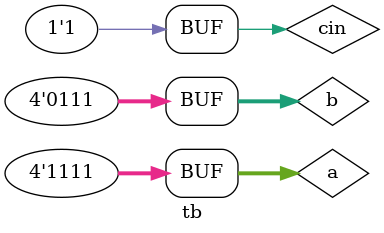
<source format=v>

module FA_struct(input a,b,cin, output s,cout);
  
  wire w1,w2,w3;
  
  xor x1(w1,a,b);
  and a1(w2,a,b);
  xor x2(s,w1,cin);
  and a2(w3,w1,cin);
  or o1(cout,w2,w3);
  
endmodule



module ripple_adder_4bit(a,b,cin,s,cout);
  input [3:0] a,b;
  input cin;
  output [3:0] s;
  output cout;
  
  wire c1,c2,c3;
  
  FA_struct dut1 (a[0],b[0],cin,s[0],c1);
  FA_struct dut2 (a[1],b[1],c1,s[1],c2);
  FA_struct dut3 (a[2],b[2],c2,s[2],c3);
  FA_struct dut4 (a[3],b[3],c3,s[3],cout);
  
endmodule


module tb;
  reg [3:0] a,b;
  reg cin;
  wire [3:0]s;
  wire cout;
  
  ripple_adder_4bit dut(a,b,cin,s,cout);
  
  initial begin
    $monitor("%b %b %b %b %b",a,b,cin,s,cout);
    a=4'b0011; b=4'b0011 ; cin=1'b1;
    #1 a=4'b1111; b=4'b0111 ; cin=1'b1;
  end
  
endmodule

</source>
